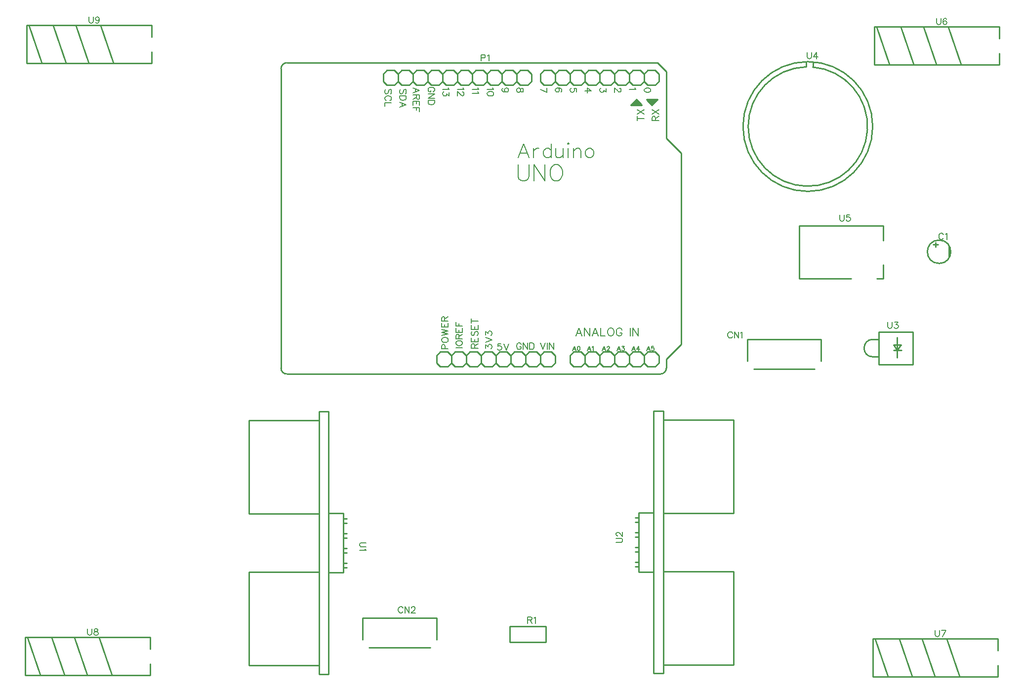
<source format=gto>
G04 Layer: TopSilkscreenLayer*
G04 EasyEDA v6.5.51, 2025-12-29 20:22:51*
G04 8c801f094042406f8d7acb605edc259c,d5e4be961509469492984ab41ac85589,10*
G04 Gerber Generator version 0.2*
G04 Scale: 100 percent, Rotated: No, Reflected: No *
G04 Dimensions in millimeters *
G04 leading zeros omitted , absolute positions ,4 integer and 5 decimal *
%FSLAX45Y45*%
%MOMM*%

%ADD10C,0.1524*%
%ADD11C,0.2540*%
%ADD12C,0.2540*%
%ADD13C,0.3048*%
%ADD14C,0.0137*%

%LPD*%
D10*
X16434434Y5093207D02*
G01*
X16429100Y5103621D01*
X16418686Y5114036D01*
X16408527Y5119115D01*
X16387699Y5119115D01*
X16377284Y5114036D01*
X16366870Y5103621D01*
X16361536Y5093207D01*
X16356456Y5077460D01*
X16356456Y5051552D01*
X16361536Y5036057D01*
X16366870Y5025644D01*
X16377284Y5015229D01*
X16387699Y5010150D01*
X16408527Y5010150D01*
X16418686Y5015229D01*
X16429100Y5025644D01*
X16434434Y5036057D01*
X16468725Y5098287D02*
G01*
X16479138Y5103621D01*
X16494633Y5119115D01*
X16494633Y5010150D01*
X12816077Y3404107D02*
G01*
X12810743Y3414521D01*
X12800329Y3424936D01*
X12790170Y3430015D01*
X12769341Y3430015D01*
X12758927Y3424936D01*
X12748513Y3414521D01*
X12743179Y3404107D01*
X12738100Y3388360D01*
X12738100Y3362452D01*
X12743179Y3346957D01*
X12748513Y3336544D01*
X12758927Y3326129D01*
X12769341Y3321050D01*
X12790170Y3321050D01*
X12800329Y3326129D01*
X12810743Y3336544D01*
X12816077Y3346957D01*
X12850368Y3430015D02*
G01*
X12850368Y3321050D01*
X12850368Y3430015D02*
G01*
X12923011Y3321050D01*
X12923011Y3430015D02*
G01*
X12923011Y3321050D01*
X12957302Y3409187D02*
G01*
X12967715Y3414521D01*
X12983209Y3430015D01*
X12983209Y3321050D01*
X7169378Y-1307592D02*
G01*
X7164044Y-1297178D01*
X7153630Y-1286763D01*
X7143470Y-1281684D01*
X7122642Y-1281684D01*
X7112228Y-1286763D01*
X7101814Y-1297178D01*
X7096480Y-1307592D01*
X7091400Y-1323339D01*
X7091400Y-1349247D01*
X7096480Y-1364742D01*
X7101814Y-1375155D01*
X7112228Y-1385570D01*
X7122642Y-1390650D01*
X7143470Y-1390650D01*
X7153630Y-1385570D01*
X7164044Y-1375155D01*
X7169378Y-1364742D01*
X7203668Y-1281684D02*
G01*
X7203668Y-1390650D01*
X7203668Y-1281684D02*
G01*
X7276312Y-1390650D01*
X7276312Y-1281684D02*
G01*
X7276312Y-1390650D01*
X7315936Y-1307592D02*
G01*
X7315936Y-1302512D01*
X7321016Y-1292097D01*
X7326350Y-1286763D01*
X7336510Y-1281684D01*
X7357338Y-1281684D01*
X7367752Y-1286763D01*
X7373086Y-1292097D01*
X7378166Y-1302512D01*
X7378166Y-1312926D01*
X7373086Y-1323339D01*
X7362672Y-1338834D01*
X7310602Y-1390650D01*
X7383500Y-1390650D01*
X8509000Y8179828D02*
G01*
X8509000Y8070862D01*
X8509000Y8179828D02*
G01*
X8555736Y8179828D01*
X8571229Y8174748D01*
X8576563Y8169414D01*
X8581643Y8159000D01*
X8581643Y8143506D01*
X8576563Y8133092D01*
X8571229Y8128012D01*
X8555736Y8122678D01*
X8509000Y8122678D01*
X8615934Y8159000D02*
G01*
X8626347Y8164334D01*
X8642095Y8179828D01*
X8642095Y8070862D01*
X8852154Y3226066D02*
G01*
X8799068Y3226066D01*
X8793734Y3178314D01*
X8799068Y3183648D01*
X8815070Y3188982D01*
X8830818Y3188982D01*
X8846820Y3183648D01*
X8857488Y3172980D01*
X8862822Y3156978D01*
X8862822Y3146310D01*
X8857488Y3130562D01*
X8846820Y3119894D01*
X8830818Y3114560D01*
X8815070Y3114560D01*
X8799068Y3119894D01*
X8793734Y3125228D01*
X8788400Y3135642D01*
X8897874Y3226066D02*
G01*
X8940291Y3114560D01*
X8982709Y3226066D02*
G01*
X8940291Y3114560D01*
X10106406Y3178568D02*
G01*
X10078720Y3105670D01*
X10106406Y3178568D02*
G01*
X10134091Y3105670D01*
X10089134Y3130054D02*
G01*
X10123677Y3130054D01*
X10177779Y3178568D02*
G01*
X10167365Y3175012D01*
X10160508Y3164598D01*
X10156952Y3147326D01*
X10156952Y3136912D01*
X10160508Y3119640D01*
X10167365Y3109226D01*
X10177779Y3105670D01*
X10184638Y3105670D01*
X10195052Y3109226D01*
X10201909Y3119640D01*
X10205465Y3136912D01*
X10205465Y3147326D01*
X10201909Y3164598D01*
X10195052Y3175012D01*
X10184638Y3178568D01*
X10177779Y3178568D01*
X10186415Y3493782D02*
G01*
X10134600Y3358146D01*
X10186415Y3493782D02*
G01*
X10237977Y3358146D01*
X10153904Y3403358D02*
G01*
X10218674Y3403358D01*
X10280650Y3493782D02*
G01*
X10280650Y3358146D01*
X10280650Y3493782D02*
G01*
X10371327Y3358146D01*
X10371327Y3493782D02*
G01*
X10371327Y3358146D01*
X10465561Y3493782D02*
G01*
X10414000Y3358146D01*
X10465561Y3493782D02*
G01*
X10517377Y3358146D01*
X10433304Y3403358D02*
G01*
X10498074Y3403358D01*
X10560050Y3493782D02*
G01*
X10560050Y3358146D01*
X10560050Y3358146D02*
G01*
X10637520Y3358146D01*
X10719054Y3493782D02*
G01*
X10706100Y3487432D01*
X10693145Y3474478D01*
X10686795Y3461524D01*
X10680191Y3442220D01*
X10680191Y3409962D01*
X10686795Y3390404D01*
X10693145Y3377450D01*
X10706100Y3364496D01*
X10719054Y3358146D01*
X10744961Y3358146D01*
X10757915Y3364496D01*
X10770870Y3377450D01*
X10777220Y3390404D01*
X10783824Y3409962D01*
X10783824Y3442220D01*
X10777220Y3461524D01*
X10770870Y3474478D01*
X10757915Y3487432D01*
X10744961Y3493782D01*
X10719054Y3493782D01*
X10923270Y3461524D02*
G01*
X10916920Y3474478D01*
X10903965Y3487432D01*
X10891011Y3493782D01*
X10865104Y3493782D01*
X10852150Y3487432D01*
X10839450Y3474478D01*
X10832845Y3461524D01*
X10826495Y3442220D01*
X10826495Y3409962D01*
X10832845Y3390404D01*
X10839450Y3377450D01*
X10852150Y3364496D01*
X10865104Y3358146D01*
X10891011Y3358146D01*
X10903965Y3364496D01*
X10916920Y3377450D01*
X10923270Y3390404D01*
X10923270Y3409962D01*
X10891011Y3409962D02*
G01*
X10923270Y3409962D01*
X11065509Y3493782D02*
G01*
X11065509Y3358146D01*
X11108181Y3493782D02*
G01*
X11108181Y3358146D01*
X11108181Y3493782D02*
G01*
X11198859Y3358146D01*
X11198859Y3493782D02*
G01*
X11198859Y3358146D01*
X9236456Y6653542D02*
G01*
X9144000Y6411226D01*
X9236456Y6653542D02*
G01*
X9328658Y6411226D01*
X9178543Y6491998D02*
G01*
X9294113Y6491998D01*
X9404858Y6572770D02*
G01*
X9404858Y6411226D01*
X9404858Y6503682D02*
G01*
X9416541Y6538226D01*
X9439656Y6561340D01*
X9462770Y6572770D01*
X9497313Y6572770D01*
X9711943Y6653542D02*
G01*
X9711943Y6411226D01*
X9711943Y6538226D02*
G01*
X9688829Y6561340D01*
X9665970Y6572770D01*
X9631172Y6572770D01*
X9608058Y6561340D01*
X9584943Y6538226D01*
X9573513Y6503682D01*
X9573513Y6480568D01*
X9584943Y6445770D01*
X9608058Y6422656D01*
X9631172Y6411226D01*
X9665970Y6411226D01*
X9688829Y6422656D01*
X9711943Y6445770D01*
X9788143Y6572770D02*
G01*
X9788143Y6457454D01*
X9799827Y6422656D01*
X9822941Y6411226D01*
X9857486Y6411226D01*
X9880600Y6422656D01*
X9915143Y6457454D01*
X9915143Y6572770D02*
G01*
X9915143Y6411226D01*
X9991343Y6653542D02*
G01*
X10003027Y6642112D01*
X10014458Y6653542D01*
X10003027Y6665226D01*
X9991343Y6653542D01*
X10003027Y6572770D02*
G01*
X10003027Y6411226D01*
X10090658Y6572770D02*
G01*
X10090658Y6411226D01*
X10090658Y6526542D02*
G01*
X10125456Y6561340D01*
X10148570Y6572770D01*
X10183113Y6572770D01*
X10206227Y6561340D01*
X10217658Y6526542D01*
X10217658Y6411226D01*
X10351770Y6572770D02*
G01*
X10328656Y6561340D01*
X10305541Y6538226D01*
X10293858Y6503682D01*
X10293858Y6480568D01*
X10305541Y6445770D01*
X10328656Y6422656D01*
X10351770Y6411226D01*
X10386313Y6411226D01*
X10409427Y6422656D01*
X10432541Y6445770D01*
X10443972Y6480568D01*
X10443972Y6503682D01*
X10432541Y6538226D01*
X10409427Y6561340D01*
X10386313Y6572770D01*
X10351770Y6572770D01*
X7455154Y7564894D02*
G01*
X7343647Y7607312D01*
X7455154Y7564894D02*
G01*
X7343647Y7522222D01*
X7380731Y7591310D02*
G01*
X7380731Y7538224D01*
X7455154Y7487170D02*
G01*
X7343647Y7487170D01*
X7455154Y7487170D02*
G01*
X7455154Y7439418D01*
X7449820Y7423670D01*
X7444486Y7418336D01*
X7433818Y7413002D01*
X7423150Y7413002D01*
X7412736Y7418336D01*
X7407402Y7423670D01*
X7402068Y7439418D01*
X7402068Y7487170D01*
X7402068Y7450086D02*
G01*
X7343647Y7413002D01*
X7455154Y7377950D02*
G01*
X7343647Y7377950D01*
X7455154Y7377950D02*
G01*
X7455154Y7308862D01*
X7402068Y7377950D02*
G01*
X7402068Y7335278D01*
X7343647Y7377950D02*
G01*
X7343647Y7308862D01*
X7455154Y7273810D02*
G01*
X7343647Y7273810D01*
X7455154Y7273810D02*
G01*
X7455154Y7204722D01*
X7402068Y7273810D02*
G01*
X7402068Y7231392D01*
X7685024Y7540256D02*
G01*
X7695691Y7545590D01*
X7706359Y7556258D01*
X7711693Y7566926D01*
X7711693Y7588262D01*
X7706359Y7598676D01*
X7695691Y7609344D01*
X7685024Y7614678D01*
X7669275Y7620012D01*
X7642606Y7620012D01*
X7626604Y7614678D01*
X7616190Y7609344D01*
X7605522Y7598676D01*
X7600188Y7588262D01*
X7600188Y7566926D01*
X7605522Y7556258D01*
X7616190Y7545590D01*
X7626604Y7540256D01*
X7642606Y7540256D01*
X7642606Y7566926D02*
G01*
X7642606Y7540256D01*
X7711693Y7505204D02*
G01*
X7600188Y7505204D01*
X7711693Y7505204D02*
G01*
X7600188Y7431036D01*
X7711693Y7431036D02*
G01*
X7600188Y7431036D01*
X7711693Y7395984D02*
G01*
X7600188Y7395984D01*
X7711693Y7395984D02*
G01*
X7711693Y7358646D01*
X7706359Y7342898D01*
X7695691Y7332230D01*
X7685024Y7326896D01*
X7669275Y7321562D01*
X7642606Y7321562D01*
X7626604Y7326896D01*
X7616190Y7332230D01*
X7605522Y7342898D01*
X7600188Y7358646D01*
X7600188Y7395984D01*
X11188445Y7085596D02*
G01*
X11299952Y7085596D01*
X11188445Y7048512D02*
G01*
X11188445Y7122934D01*
X11188445Y7157986D02*
G01*
X11299952Y7232154D01*
X11188445Y7232154D02*
G01*
X11299952Y7157986D01*
X11442445Y7048512D02*
G01*
X11553952Y7048512D01*
X11442445Y7048512D02*
G01*
X11442445Y7096264D01*
X11447779Y7112266D01*
X11453113Y7117600D01*
X11463781Y7122934D01*
X11474450Y7122934D01*
X11484863Y7117600D01*
X11490197Y7112266D01*
X11495531Y7096264D01*
X11495531Y7048512D01*
X11495531Y7085596D02*
G01*
X11553952Y7122934D01*
X11442445Y7157986D02*
G01*
X11553952Y7232154D01*
X11442445Y7232154D02*
G01*
X11553952Y7157986D01*
X9144000Y6293370D02*
G01*
X9144000Y6094234D01*
X9157208Y6054356D01*
X9183877Y6027940D01*
X9223756Y6014732D01*
X9250172Y6014732D01*
X9290050Y6027940D01*
X9316720Y6054356D01*
X9329927Y6094234D01*
X9329927Y6293370D01*
X9417558Y6293370D02*
G01*
X9417558Y6014732D01*
X9417558Y6293370D02*
G01*
X9603486Y6014732D01*
X9603486Y6293370D02*
G01*
X9603486Y6014732D01*
X9770618Y6293370D02*
G01*
X9744202Y6280162D01*
X9717531Y6253492D01*
X9704324Y6227076D01*
X9691115Y6187198D01*
X9691115Y6120904D01*
X9704324Y6081026D01*
X9717531Y6054356D01*
X9744202Y6027940D01*
X9770618Y6014732D01*
X9823704Y6014732D01*
X9850374Y6027940D01*
X9876790Y6054356D01*
X9890252Y6081026D01*
X9903459Y6120904D01*
X9903459Y6187198D01*
X9890252Y6227076D01*
X9876790Y6253492D01*
X9850374Y6280162D01*
X9823704Y6293370D01*
X9770618Y6293370D01*
X8343645Y3149612D02*
G01*
X8455152Y3149612D01*
X8343645Y3149612D02*
G01*
X8343645Y3197364D01*
X8348979Y3213366D01*
X8354313Y3218700D01*
X8364981Y3224034D01*
X8375650Y3224034D01*
X8386063Y3218700D01*
X8391397Y3213366D01*
X8396731Y3197364D01*
X8396731Y3149612D01*
X8396731Y3186696D02*
G01*
X8455152Y3224034D01*
X8343645Y3259086D02*
G01*
X8455152Y3259086D01*
X8343645Y3259086D02*
G01*
X8343645Y3328174D01*
X8396731Y3259086D02*
G01*
X8396731Y3301504D01*
X8455152Y3259086D02*
G01*
X8455152Y3328174D01*
X8359647Y3437394D02*
G01*
X8348979Y3426726D01*
X8343645Y3410978D01*
X8343645Y3389642D01*
X8348979Y3373640D01*
X8359647Y3363226D01*
X8370315Y3363226D01*
X8380729Y3368306D01*
X8386063Y3373640D01*
X8391397Y3384308D01*
X8402065Y3416312D01*
X8407400Y3426726D01*
X8412734Y3432060D01*
X8423402Y3437394D01*
X8439150Y3437394D01*
X8449818Y3426726D01*
X8455152Y3410978D01*
X8455152Y3389642D01*
X8449818Y3373640D01*
X8439150Y3363226D01*
X8343645Y3472446D02*
G01*
X8455152Y3472446D01*
X8343645Y3472446D02*
G01*
X8343645Y3541534D01*
X8396731Y3472446D02*
G01*
X8396731Y3515118D01*
X8455152Y3472446D02*
G01*
X8455152Y3541534D01*
X8343645Y3613670D02*
G01*
X8455152Y3613670D01*
X8343645Y3576586D02*
G01*
X8343645Y3651008D01*
X8585200Y3148596D02*
G01*
X8585200Y3207016D01*
X8627618Y3175012D01*
X8627618Y3191014D01*
X8632952Y3201682D01*
X8638286Y3207016D01*
X8654288Y3212350D01*
X8664956Y3212350D01*
X8680704Y3207016D01*
X8691372Y3196348D01*
X8696706Y3180346D01*
X8696706Y3164598D01*
X8691372Y3148596D01*
X8686038Y3143262D01*
X8675624Y3137928D01*
X8585200Y3247402D02*
G01*
X8696706Y3289820D01*
X8585200Y3332238D02*
G01*
X8696706Y3289820D01*
X8585200Y3377958D02*
G01*
X8585200Y3436378D01*
X8627618Y3404628D01*
X8627618Y3420376D01*
X8632952Y3431044D01*
X8638286Y3436378D01*
X8654288Y3441712D01*
X8664956Y3441712D01*
X8680704Y3436378D01*
X8691372Y3425710D01*
X8696706Y3409962D01*
X8696706Y3393960D01*
X8691372Y3377958D01*
X8686038Y3372624D01*
X8675624Y3367290D01*
X10360406Y3178568D02*
G01*
X10332720Y3105670D01*
X10360406Y3178568D02*
G01*
X10388091Y3105670D01*
X10343134Y3130054D02*
G01*
X10377677Y3130054D01*
X10410952Y3164598D02*
G01*
X10417809Y3168154D01*
X10428224Y3178568D01*
X10428224Y3105670D01*
X10614406Y3178568D02*
G01*
X10586720Y3105670D01*
X10614406Y3178568D02*
G01*
X10642091Y3105670D01*
X10597134Y3130054D02*
G01*
X10631677Y3130054D01*
X10668508Y3161042D02*
G01*
X10668508Y3164598D01*
X10671809Y3171456D01*
X10675365Y3175012D01*
X10682224Y3178568D01*
X10696193Y3178568D01*
X10703052Y3175012D01*
X10706608Y3171456D01*
X10709909Y3164598D01*
X10709909Y3157740D01*
X10706608Y3150882D01*
X10699750Y3140468D01*
X10664952Y3105670D01*
X10713465Y3105670D01*
X10868406Y3178568D02*
G01*
X10840720Y3105670D01*
X10868406Y3178568D02*
G01*
X10896091Y3105670D01*
X10851134Y3130054D02*
G01*
X10885677Y3130054D01*
X10925809Y3178568D02*
G01*
X10963909Y3178568D01*
X10943336Y3150882D01*
X10953750Y3150882D01*
X10960608Y3147326D01*
X10963909Y3143770D01*
X10967465Y3133356D01*
X10967465Y3126498D01*
X10963909Y3116084D01*
X10957052Y3109226D01*
X10946638Y3105670D01*
X10936224Y3105670D01*
X10925809Y3109226D01*
X10922508Y3112782D01*
X10918952Y3119640D01*
X11122406Y3178568D02*
G01*
X11094720Y3105670D01*
X11122406Y3178568D02*
G01*
X11150091Y3105670D01*
X11105134Y3130054D02*
G01*
X11139677Y3130054D01*
X11207750Y3178568D02*
G01*
X11172952Y3130054D01*
X11225022Y3130054D01*
X11207750Y3178568D02*
G01*
X11207750Y3105670D01*
X11376406Y3178568D02*
G01*
X11348720Y3105670D01*
X11376406Y3178568D02*
G01*
X11404091Y3105670D01*
X11359134Y3130054D02*
G01*
X11393677Y3130054D01*
X11468608Y3178568D02*
G01*
X11433809Y3178568D01*
X11430508Y3147326D01*
X11433809Y3150882D01*
X11444224Y3154184D01*
X11454638Y3154184D01*
X11465052Y3150882D01*
X11471909Y3143770D01*
X11475465Y3133356D01*
X11475465Y3126498D01*
X11471909Y3116084D01*
X11465052Y3109226D01*
X11454638Y3105670D01*
X11444224Y3105670D01*
X11433809Y3109226D01*
X11430508Y3112782D01*
X11426952Y3119640D01*
X9525000Y3238512D02*
G01*
X9567418Y3127006D01*
X9610090Y3238512D02*
G01*
X9567418Y3127006D01*
X9645141Y3238512D02*
G01*
X9645141Y3127006D01*
X9680193Y3238512D02*
G01*
X9680193Y3127006D01*
X9680193Y3238512D02*
G01*
X9754361Y3127006D01*
X9754361Y3238512D02*
G01*
X9754361Y3127006D01*
X9198356Y3211842D02*
G01*
X9193022Y3222510D01*
X9182354Y3233178D01*
X9171686Y3238512D01*
X9150350Y3238512D01*
X9139936Y3233178D01*
X9129268Y3222510D01*
X9123934Y3211842D01*
X9118600Y3196094D01*
X9118600Y3169424D01*
X9123934Y3153422D01*
X9129268Y3143008D01*
X9139936Y3132340D01*
X9150350Y3127006D01*
X9171686Y3127006D01*
X9182354Y3132340D01*
X9193022Y3143008D01*
X9198356Y3153422D01*
X9198356Y3169424D01*
X9171686Y3169424D02*
G01*
X9198356Y3169424D01*
X9233408Y3238512D02*
G01*
X9233408Y3127006D01*
X9233408Y3238512D02*
G01*
X9307575Y3127006D01*
X9307575Y3238512D02*
G01*
X9307575Y3127006D01*
X9342627Y3238512D02*
G01*
X9342627Y3127006D01*
X9342627Y3238512D02*
G01*
X9379965Y3238512D01*
X9395713Y3233178D01*
X9406381Y3222510D01*
X9411715Y3211842D01*
X9417050Y3196094D01*
X9417050Y3169424D01*
X9411715Y3153422D01*
X9406381Y3143008D01*
X9395713Y3132340D01*
X9379965Y3127006D01*
X9342627Y3127006D01*
X7941818Y7607312D02*
G01*
X7947152Y7596644D01*
X7963154Y7580642D01*
X7851647Y7580642D01*
X7963154Y7535176D02*
G01*
X7963154Y7476756D01*
X7920736Y7508506D01*
X7920736Y7492504D01*
X7915402Y7482090D01*
X7910068Y7476756D01*
X7894065Y7471422D01*
X7883397Y7471422D01*
X7867650Y7476756D01*
X7856981Y7487170D01*
X7851647Y7503172D01*
X7851647Y7519174D01*
X7856981Y7535176D01*
X7862315Y7540510D01*
X7872729Y7545590D01*
X8195818Y7607312D02*
G01*
X8201152Y7596644D01*
X8217154Y7580642D01*
X8105647Y7580642D01*
X8190484Y7540510D02*
G01*
X8195818Y7540510D01*
X8206486Y7535176D01*
X8211820Y7529842D01*
X8217154Y7519174D01*
X8217154Y7497838D01*
X8211820Y7487170D01*
X8206486Y7482090D01*
X8195818Y7476756D01*
X8185150Y7476756D01*
X8174736Y7482090D01*
X8158734Y7492504D01*
X8105647Y7545590D01*
X8105647Y7471422D01*
X8449818Y7607312D02*
G01*
X8455152Y7596644D01*
X8471154Y7580642D01*
X8359647Y7580642D01*
X8449818Y7545590D02*
G01*
X8455152Y7535176D01*
X8471154Y7519174D01*
X8359647Y7519174D01*
X8703818Y7607312D02*
G01*
X8709152Y7596644D01*
X8725154Y7580642D01*
X8613647Y7580642D01*
X8725154Y7513840D02*
G01*
X8719820Y7529842D01*
X8703818Y7540510D01*
X8677402Y7545590D01*
X8661400Y7545590D01*
X8634729Y7540510D01*
X8618981Y7529842D01*
X8613647Y7513840D01*
X8613647Y7503172D01*
X8618981Y7487170D01*
X8634729Y7476756D01*
X8661400Y7471422D01*
X8677402Y7471422D01*
X8703818Y7476756D01*
X8719820Y7487170D01*
X8725154Y7503172D01*
X8725154Y7513840D01*
X8942070Y7538224D02*
G01*
X8926068Y7543558D01*
X8915400Y7554226D01*
X8910065Y7570228D01*
X8910065Y7575562D01*
X8915400Y7591310D01*
X8926068Y7601978D01*
X8942070Y7607312D01*
X8947150Y7607312D01*
X8963152Y7601978D01*
X8973820Y7591310D01*
X8979154Y7575562D01*
X8979154Y7570228D01*
X8973820Y7554226D01*
X8963152Y7543558D01*
X8942070Y7538224D01*
X8915400Y7538224D01*
X8888729Y7543558D01*
X8872981Y7554226D01*
X8867647Y7570228D01*
X8867647Y7580642D01*
X8872981Y7596644D01*
X8883650Y7601978D01*
X9233154Y7580642D02*
G01*
X9227820Y7596644D01*
X9217152Y7601978D01*
X9206484Y7601978D01*
X9196070Y7596644D01*
X9190736Y7585976D01*
X9185402Y7564894D01*
X9180068Y7548892D01*
X9169400Y7538224D01*
X9158731Y7532890D01*
X9142729Y7532890D01*
X9132315Y7538224D01*
X9126981Y7543558D01*
X9121647Y7559560D01*
X9121647Y7580642D01*
X9126981Y7596644D01*
X9132315Y7601978D01*
X9142729Y7607312D01*
X9158731Y7607312D01*
X9169400Y7601978D01*
X9180068Y7591310D01*
X9185402Y7575562D01*
X9190736Y7554226D01*
X9196070Y7543558D01*
X9206484Y7538224D01*
X9217152Y7538224D01*
X9227820Y7543558D01*
X9233154Y7559560D01*
X9233154Y7580642D01*
X9639554Y7532890D02*
G01*
X9528047Y7585976D01*
X9639554Y7607312D02*
G01*
X9639554Y7532890D01*
X9877552Y7543558D02*
G01*
X9888220Y7548892D01*
X9893554Y7564894D01*
X9893554Y7575562D01*
X9888220Y7591310D01*
X9872218Y7601978D01*
X9845802Y7607312D01*
X9819131Y7607312D01*
X9798050Y7601978D01*
X9787381Y7591310D01*
X9782047Y7575562D01*
X9782047Y7570228D01*
X9787381Y7554226D01*
X9798050Y7543558D01*
X9813797Y7538224D01*
X9819131Y7538224D01*
X9835134Y7543558D01*
X9845802Y7554226D01*
X9851136Y7570228D01*
X9851136Y7575562D01*
X9845802Y7591310D01*
X9835134Y7601978D01*
X9819131Y7607312D01*
X10147554Y7543558D02*
G01*
X10147554Y7596644D01*
X10099802Y7601978D01*
X10105136Y7596644D01*
X10110470Y7580642D01*
X10110470Y7564894D01*
X10105136Y7548892D01*
X10094468Y7538224D01*
X10078465Y7532890D01*
X10067797Y7532890D01*
X10052050Y7538224D01*
X10041381Y7548892D01*
X10036047Y7564894D01*
X10036047Y7580642D01*
X10041381Y7596644D01*
X10046715Y7601978D01*
X10057129Y7607312D01*
X10401554Y7554226D02*
G01*
X10327131Y7607312D01*
X10327131Y7527556D01*
X10401554Y7554226D02*
G01*
X10290047Y7554226D01*
X10655554Y7596644D02*
G01*
X10655554Y7538224D01*
X10613136Y7570228D01*
X10613136Y7554226D01*
X10607802Y7543558D01*
X10602468Y7538224D01*
X10586465Y7532890D01*
X10575797Y7532890D01*
X10560050Y7538224D01*
X10549381Y7548892D01*
X10544047Y7564894D01*
X10544047Y7580642D01*
X10549381Y7596644D01*
X10554715Y7601978D01*
X10565129Y7607312D01*
X10882884Y7601978D02*
G01*
X10888218Y7601978D01*
X10898886Y7596644D01*
X10904220Y7591310D01*
X10909554Y7580642D01*
X10909554Y7559560D01*
X10904220Y7548892D01*
X10898886Y7543558D01*
X10888218Y7538224D01*
X10877550Y7538224D01*
X10867136Y7543558D01*
X10851134Y7554226D01*
X10798047Y7607312D01*
X10798047Y7532890D01*
X11142218Y7607312D02*
G01*
X11147552Y7596644D01*
X11163554Y7580642D01*
X11052047Y7580642D01*
X11417554Y7575562D02*
G01*
X11412220Y7591310D01*
X11396218Y7601978D01*
X11369802Y7607312D01*
X11353800Y7607312D01*
X11327129Y7601978D01*
X11311381Y7591310D01*
X11306047Y7575562D01*
X11306047Y7564894D01*
X11311381Y7548892D01*
X11327129Y7538224D01*
X11353800Y7532890D01*
X11369802Y7532890D01*
X11396218Y7538224D01*
X11412220Y7548892D01*
X11417554Y7564894D01*
X11417554Y7575562D01*
X8077200Y3156470D02*
G01*
X8188706Y3156470D01*
X8077200Y3223272D02*
G01*
X8082534Y3212858D01*
X8093202Y3202190D01*
X8103870Y3196856D01*
X8119618Y3191522D01*
X8146288Y3191522D01*
X8162290Y3196856D01*
X8172704Y3202190D01*
X8183372Y3212858D01*
X8188706Y3223272D01*
X8188706Y3244608D01*
X8183372Y3255276D01*
X8172704Y3265944D01*
X8162290Y3271278D01*
X8146288Y3276612D01*
X8119618Y3276612D01*
X8103870Y3271278D01*
X8093202Y3265944D01*
X8082534Y3255276D01*
X8077200Y3244608D01*
X8077200Y3223272D01*
X8077200Y3311664D02*
G01*
X8188706Y3311664D01*
X8077200Y3311664D02*
G01*
X8077200Y3359416D01*
X8082534Y3375164D01*
X8087868Y3380498D01*
X8098536Y3385832D01*
X8109204Y3385832D01*
X8119618Y3380498D01*
X8124952Y3375164D01*
X8130286Y3359416D01*
X8130286Y3311664D01*
X8130286Y3348748D02*
G01*
X8188706Y3385832D01*
X8077200Y3420884D02*
G01*
X8188706Y3420884D01*
X8077200Y3420884D02*
G01*
X8077200Y3489972D01*
X8130286Y3420884D02*
G01*
X8130286Y3463556D01*
X8188706Y3420884D02*
G01*
X8188706Y3489972D01*
X8077200Y3525024D02*
G01*
X8188706Y3525024D01*
X8077200Y3525024D02*
G01*
X8077200Y3594112D01*
X8130286Y3525024D02*
G01*
X8130286Y3567442D01*
X7210552Y7507490D02*
G01*
X7221220Y7518158D01*
X7226554Y7534160D01*
X7226554Y7555242D01*
X7221220Y7571244D01*
X7210552Y7581912D01*
X7199884Y7581912D01*
X7189470Y7576578D01*
X7184136Y7571244D01*
X7178802Y7560576D01*
X7168134Y7528826D01*
X7162800Y7518158D01*
X7157465Y7512824D01*
X7146797Y7507490D01*
X7131050Y7507490D01*
X7120381Y7518158D01*
X7115047Y7534160D01*
X7115047Y7555242D01*
X7120381Y7571244D01*
X7131050Y7581912D01*
X7226554Y7472438D02*
G01*
X7115047Y7472438D01*
X7226554Y7472438D02*
G01*
X7226554Y7435354D01*
X7221220Y7419352D01*
X7210552Y7408684D01*
X7199884Y7403350D01*
X7184136Y7398270D01*
X7157465Y7398270D01*
X7141463Y7403350D01*
X7131050Y7408684D01*
X7120381Y7419352D01*
X7115047Y7435354D01*
X7115047Y7472438D01*
X7226554Y7320546D02*
G01*
X7115047Y7363218D01*
X7226554Y7320546D02*
G01*
X7115047Y7278128D01*
X7152131Y7347216D02*
G01*
X7152131Y7294130D01*
X6956552Y7507490D02*
G01*
X6967220Y7518158D01*
X6972554Y7534160D01*
X6972554Y7555242D01*
X6967220Y7571244D01*
X6956552Y7581912D01*
X6945884Y7581912D01*
X6935470Y7576578D01*
X6930136Y7571244D01*
X6924802Y7560576D01*
X6914134Y7528826D01*
X6908800Y7518158D01*
X6903465Y7512824D01*
X6892797Y7507490D01*
X6877050Y7507490D01*
X6866381Y7518158D01*
X6861047Y7534160D01*
X6861047Y7555242D01*
X6866381Y7571244D01*
X6877050Y7581912D01*
X6945884Y7392936D02*
G01*
X6956552Y7398270D01*
X6967220Y7408684D01*
X6972554Y7419352D01*
X6972554Y7440688D01*
X6967220Y7451356D01*
X6956552Y7461770D01*
X6945884Y7467104D01*
X6930136Y7472438D01*
X6903465Y7472438D01*
X6887463Y7467104D01*
X6877050Y7461770D01*
X6866381Y7451356D01*
X6861047Y7440688D01*
X6861047Y7419352D01*
X6866381Y7408684D01*
X6877050Y7398270D01*
X6887463Y7392936D01*
X6972554Y7357884D02*
G01*
X6861047Y7357884D01*
X6861047Y7357884D02*
G01*
X6861047Y7294130D01*
X7832597Y3136912D02*
G01*
X7944104Y3136912D01*
X7832597Y3136912D02*
G01*
X7832597Y3184664D01*
X7837931Y3200666D01*
X7843265Y3206000D01*
X7853934Y3211334D01*
X7869681Y3211334D01*
X7880350Y3206000D01*
X7885684Y3200666D01*
X7891018Y3184664D01*
X7891018Y3136912D01*
X7832597Y3278136D02*
G01*
X7837931Y3267468D01*
X7848600Y3257054D01*
X7859268Y3251720D01*
X7875015Y3246386D01*
X7901686Y3246386D01*
X7917688Y3251720D01*
X7928102Y3257054D01*
X7938770Y3267468D01*
X7944104Y3278136D01*
X7944104Y3299472D01*
X7938770Y3310140D01*
X7928102Y3320554D01*
X7917688Y3325888D01*
X7901686Y3331222D01*
X7875015Y3331222D01*
X7859268Y3325888D01*
X7848600Y3320554D01*
X7837931Y3310140D01*
X7832597Y3299472D01*
X7832597Y3278136D01*
X7832597Y3366274D02*
G01*
X7944104Y3392944D01*
X7832597Y3419360D02*
G01*
X7944104Y3392944D01*
X7832597Y3419360D02*
G01*
X7944104Y3446030D01*
X7832597Y3472446D02*
G01*
X7944104Y3446030D01*
X7832597Y3507498D02*
G01*
X7944104Y3507498D01*
X7832597Y3507498D02*
G01*
X7832597Y3576586D01*
X7885684Y3507498D02*
G01*
X7885684Y3550170D01*
X7944104Y3507498D02*
G01*
X7944104Y3576586D01*
X7832597Y3611638D02*
G01*
X7944104Y3611638D01*
X7832597Y3611638D02*
G01*
X7832597Y3659390D01*
X7837931Y3675392D01*
X7843265Y3680726D01*
X7853934Y3686060D01*
X7864602Y3686060D01*
X7875015Y3680726D01*
X7880350Y3675392D01*
X7885684Y3659390D01*
X7885684Y3611638D01*
X7885684Y3648976D02*
G01*
X7944104Y3686060D01*
X9309100Y-1459484D02*
G01*
X9309100Y-1568450D01*
X9309100Y-1459484D02*
G01*
X9355836Y-1459484D01*
X9371329Y-1464563D01*
X9376663Y-1469897D01*
X9381743Y-1480312D01*
X9381743Y-1490726D01*
X9376663Y-1501139D01*
X9371329Y-1506220D01*
X9355836Y-1511300D01*
X9309100Y-1511300D01*
X9345422Y-1511300D02*
G01*
X9381743Y-1568450D01*
X9416034Y-1480312D02*
G01*
X9426447Y-1474978D01*
X9442195Y-1459484D01*
X9442195Y-1568450D01*
X6536816Y-186004D02*
G01*
X6458838Y-186004D01*
X6443345Y-191084D01*
X6432931Y-201498D01*
X6427850Y-217246D01*
X6427850Y-227660D01*
X6432931Y-243154D01*
X6443345Y-253568D01*
X6458838Y-258648D01*
X6536816Y-258648D01*
X6515988Y-292938D02*
G01*
X6521322Y-303352D01*
X6536816Y-319100D01*
X6427850Y-319100D01*
X10824083Y-182295D02*
G01*
X10902061Y-182295D01*
X10917554Y-177215D01*
X10927968Y-166801D01*
X10933049Y-151053D01*
X10933049Y-140639D01*
X10927968Y-125145D01*
X10917554Y-114731D01*
X10902061Y-109651D01*
X10824083Y-109651D01*
X10849990Y-70027D02*
G01*
X10844911Y-70027D01*
X10834497Y-64947D01*
X10829163Y-59613D01*
X10824083Y-49199D01*
X10824083Y-28625D01*
X10829163Y-18211D01*
X10834497Y-12877D01*
X10844911Y-7797D01*
X10855325Y-7797D01*
X10865738Y-12877D01*
X10881233Y-23291D01*
X10933049Y-75361D01*
X10933049Y-2463D01*
X15481300Y3595265D02*
G01*
X15481300Y3517287D01*
X15486379Y3501793D01*
X15496793Y3491379D01*
X15512541Y3486299D01*
X15522956Y3486299D01*
X15538450Y3491379D01*
X15548863Y3501793D01*
X15553943Y3517287D01*
X15553943Y3595265D01*
X15598647Y3595265D02*
G01*
X15655797Y3595265D01*
X15624809Y3553609D01*
X15640304Y3553609D01*
X15650718Y3548529D01*
X15655797Y3543449D01*
X15661131Y3527701D01*
X15661131Y3517287D01*
X15655797Y3501793D01*
X15645384Y3491379D01*
X15629890Y3486299D01*
X15614395Y3486299D01*
X15598647Y3491379D01*
X15593568Y3496459D01*
X15588234Y3506873D01*
X14101699Y8217915D02*
G01*
X14101699Y8139937D01*
X14106779Y8124444D01*
X14117193Y8114029D01*
X14132941Y8108950D01*
X14143354Y8108950D01*
X14158849Y8114029D01*
X14169263Y8124444D01*
X14174343Y8139937D01*
X14174343Y8217915D01*
X14260702Y8217915D02*
G01*
X14208633Y8145271D01*
X14286611Y8145271D01*
X14260702Y8217915D02*
G01*
X14260702Y8108950D01*
X14659899Y5435315D02*
G01*
X14659899Y5357337D01*
X14664979Y5341843D01*
X14675393Y5331429D01*
X14691141Y5326349D01*
X14701555Y5326349D01*
X14717049Y5331429D01*
X14727463Y5341843D01*
X14732543Y5357337D01*
X14732543Y5435315D01*
X14829317Y5435315D02*
G01*
X14777247Y5435315D01*
X14772167Y5388579D01*
X14777247Y5393659D01*
X14792995Y5398993D01*
X14808489Y5398993D01*
X14823983Y5393659D01*
X14834397Y5383499D01*
X14839731Y5367751D01*
X14839731Y5357337D01*
X14834397Y5341843D01*
X14823983Y5331429D01*
X14808489Y5326349D01*
X14792995Y5326349D01*
X14777247Y5331429D01*
X14772167Y5336509D01*
X14766833Y5346923D01*
X16319500Y8802115D02*
G01*
X16319500Y8724137D01*
X16324579Y8708644D01*
X16334993Y8698229D01*
X16350741Y8693150D01*
X16361156Y8693150D01*
X16376650Y8698229D01*
X16387063Y8708644D01*
X16392143Y8724137D01*
X16392143Y8802115D01*
X16488918Y8786621D02*
G01*
X16483584Y8797036D01*
X16468090Y8802115D01*
X16457675Y8802115D01*
X16442181Y8797036D01*
X16431768Y8781287D01*
X16426434Y8755379D01*
X16426434Y8729471D01*
X16431768Y8708644D01*
X16442181Y8698229D01*
X16457675Y8693150D01*
X16463009Y8693150D01*
X16478504Y8698229D01*
X16488918Y8708644D01*
X16493997Y8724137D01*
X16493997Y8729471D01*
X16488918Y8744965D01*
X16478504Y8755379D01*
X16463009Y8760460D01*
X16457675Y8760460D01*
X16442181Y8755379D01*
X16431768Y8744965D01*
X16426434Y8729471D01*
X16294100Y-1688084D02*
G01*
X16294100Y-1766062D01*
X16299179Y-1781555D01*
X16309593Y-1791970D01*
X16325341Y-1797050D01*
X16335756Y-1797050D01*
X16351250Y-1791970D01*
X16361663Y-1781555D01*
X16366743Y-1766062D01*
X16366743Y-1688084D01*
X16473931Y-1688084D02*
G01*
X16421861Y-1797050D01*
X16401034Y-1688084D02*
G01*
X16473931Y-1688084D01*
X1765300Y-1662684D02*
G01*
X1765300Y-1740662D01*
X1770379Y-1756155D01*
X1780794Y-1766570D01*
X1796542Y-1771650D01*
X1806955Y-1771650D01*
X1822450Y-1766570D01*
X1832863Y-1756155D01*
X1837944Y-1740662D01*
X1837944Y-1662684D01*
X1898395Y-1662684D02*
G01*
X1882647Y-1667763D01*
X1877568Y-1678178D01*
X1877568Y-1688592D01*
X1882647Y-1699005D01*
X1893062Y-1704339D01*
X1913889Y-1709420D01*
X1929384Y-1714500D01*
X1939797Y-1724913D01*
X1945131Y-1735328D01*
X1945131Y-1751076D01*
X1939797Y-1761489D01*
X1934718Y-1766570D01*
X1918970Y-1771650D01*
X1898395Y-1771650D01*
X1882647Y-1766570D01*
X1877568Y-1761489D01*
X1872234Y-1751076D01*
X1872234Y-1735328D01*
X1877568Y-1724913D01*
X1887981Y-1714500D01*
X1903476Y-1709420D01*
X1924304Y-1704339D01*
X1934718Y-1699005D01*
X1939797Y-1688592D01*
X1939797Y-1678178D01*
X1934718Y-1667763D01*
X1918970Y-1662684D01*
X1898395Y-1662684D01*
X1790700Y8827515D02*
G01*
X1790700Y8749537D01*
X1795779Y8734044D01*
X1806194Y8723629D01*
X1821942Y8718550D01*
X1832355Y8718550D01*
X1847850Y8723629D01*
X1858263Y8734044D01*
X1863344Y8749537D01*
X1863344Y8827515D01*
X1965197Y8791194D02*
G01*
X1960118Y8775700D01*
X1949704Y8765286D01*
X1934209Y8759952D01*
X1928876Y8759952D01*
X1913381Y8765286D01*
X1902968Y8775700D01*
X1897634Y8791194D01*
X1897634Y8796274D01*
X1902968Y8812021D01*
X1913381Y8822436D01*
X1928876Y8827515D01*
X1934209Y8827515D01*
X1949704Y8822436D01*
X1960118Y8812021D01*
X1965197Y8791194D01*
X1965197Y8765286D01*
X1960118Y8739124D01*
X1949704Y8723629D01*
X1934209Y8718550D01*
X1923795Y8718550D01*
X1908047Y8723629D01*
X1902968Y8734044D01*
G36*
X16517619Y4920589D02*
G01*
X16517619Y4680610D01*
X16525443Y4689957D01*
X16532606Y4699863D01*
X16539108Y4710226D01*
X16544899Y4720996D01*
X16547541Y4726482D01*
X16552163Y4737811D01*
X16556075Y4749393D01*
X16559123Y4761230D01*
X16560393Y4767173D01*
X16562222Y4779264D01*
X16563289Y4791456D01*
X16563492Y4803648D01*
X16562882Y4815840D01*
X16561409Y4827981D01*
X16560393Y4834026D01*
X16557701Y4845964D01*
X16554196Y4857648D01*
X16549928Y4869078D01*
X16547541Y4874717D01*
X16542105Y4885690D01*
X16535958Y4896205D01*
X16529100Y4906365D01*
X16521582Y4915966D01*
G37*
D11*
X16337600Y4920599D02*
G01*
X16253780Y4920599D01*
X16296960Y4882499D02*
G01*
X16296960Y4961239D01*
X14335800Y3302000D02*
G01*
X14335800Y2929755D01*
X14335800Y3302000D02*
G01*
X13070801Y3302000D01*
X13180202Y2794000D02*
G01*
X14226400Y2794000D01*
X13070801Y3302000D02*
G01*
X13070801Y2929768D01*
X7744500Y-1473200D02*
G01*
X7744500Y-1845444D01*
X7744500Y-1473200D02*
G01*
X6479501Y-1473200D01*
X6588902Y-1981200D02*
G01*
X7635100Y-1981200D01*
X6479501Y-1473200D02*
G01*
X6479501Y-1845431D01*
D12*
X5179059Y8039112D02*
G01*
X11531600Y8039112D01*
X11684000Y7886712D01*
X11684000Y6743712D01*
X11938000Y6489712D01*
X11938000Y3213112D01*
X11684000Y2959112D01*
X11684000Y2804172D01*
X11584940Y2705112D02*
G01*
X5179059Y2705112D01*
X5080000Y2806712D02*
G01*
X5080000Y7940052D01*
D13*
X11087100Y7315212D02*
G01*
X11264900Y7315212D01*
X11176000Y7404112D01*
X11087100Y7315212D01*
X11531600Y7404112D02*
G01*
X11353800Y7404112D01*
X11442700Y7315212D01*
X11531600Y7404112D01*
X11125200Y7327912D02*
G01*
X11176000Y7378712D01*
X11226800Y7327912D01*
X11150600Y7327912D01*
X11188700Y7353312D01*
X11391900Y7391412D02*
G01*
X11493500Y7391412D01*
X11442700Y7340612D01*
X11404600Y7378712D01*
X11455400Y7378712D01*
X11442700Y7366012D02*
G01*
X11442700Y7353312D01*
D11*
X7340600Y7848587D02*
G01*
X7404100Y7912087D01*
X7531100Y7912087D01*
X7594600Y7848587D01*
X7658100Y7912087D01*
X7785100Y7912087D01*
X7848600Y7848587D01*
X7912100Y7912087D01*
X8039100Y7912087D01*
X8102600Y7848587D01*
X8166100Y7912087D01*
X8293100Y7912087D01*
X8356600Y7848587D01*
X8420100Y7912087D01*
X8547100Y7912087D01*
X8610600Y7848587D01*
X8674100Y7912087D01*
X8801100Y7912087D01*
X8864600Y7848587D01*
X8928100Y7912087D01*
X9055100Y7912087D01*
X9118600Y7848587D01*
X9182100Y7912087D01*
X9309100Y7912087D01*
X9372600Y7848587D01*
X9372600Y7721587D01*
X9309100Y7658087D01*
X9182100Y7658087D01*
X9118600Y7721587D01*
X9055100Y7658087D01*
X8928100Y7658087D01*
X8864600Y7721587D01*
X8801100Y7658087D01*
X8674100Y7658087D01*
X8610600Y7721587D01*
X8547100Y7658087D01*
X8420100Y7658087D01*
X8356600Y7721587D01*
X8293100Y7658087D01*
X8166100Y7658087D01*
X8102600Y7721587D01*
X8039100Y7658087D01*
X7912100Y7658087D01*
X7848600Y7721587D01*
X7785100Y7658087D01*
X7658100Y7658087D01*
X7594600Y7721587D01*
X7531100Y7658087D01*
X7404100Y7658087D01*
X7340600Y7721587D01*
X7277100Y7658087D01*
X7150100Y7658087D01*
X7086600Y7721587D01*
X7086600Y7848587D01*
X7150100Y7912087D01*
X7277100Y7912087D01*
X7340600Y7848587D01*
X7340600Y7721587D01*
X7594600Y7721587D02*
G01*
X7594600Y7848587D01*
X7848600Y7721587D02*
G01*
X7848600Y7848587D01*
X8356600Y7721587D02*
G01*
X8356600Y7848587D01*
X8102600Y7721587D02*
G01*
X8102600Y7848587D01*
X8610600Y7721587D02*
G01*
X8610600Y7848587D01*
X9118600Y7721587D02*
G01*
X9118600Y7848587D01*
X8864600Y7721587D02*
G01*
X8864600Y7848587D01*
X7086600Y7721587D02*
G01*
X7023100Y7658087D01*
X6896100Y7658087D01*
X6832600Y7721587D01*
X6832600Y7848587D01*
X6896100Y7912087D01*
X7023100Y7912087D01*
X7086600Y7848587D01*
X10032974Y7848587D02*
G01*
X10096474Y7912087D01*
X10223474Y7912087D01*
X10286974Y7848587D01*
X10350474Y7912087D01*
X10477474Y7912087D01*
X10540974Y7848587D01*
X10604474Y7912087D01*
X10731474Y7912087D01*
X10794974Y7848587D01*
X10858474Y7912087D01*
X10985474Y7912087D01*
X11048974Y7848587D01*
X11112474Y7912087D01*
X11239474Y7912087D01*
X11302974Y7848587D01*
X11366474Y7912087D01*
X11493474Y7912087D01*
X11556974Y7848587D01*
X11556974Y7721587D01*
X11493474Y7658087D01*
X11366474Y7658087D01*
X11302974Y7721587D01*
X11239474Y7658087D01*
X11112474Y7658087D01*
X11048974Y7721587D01*
X10985474Y7658087D01*
X10858474Y7658087D01*
X10794974Y7721587D01*
X10731474Y7658087D01*
X10604474Y7658087D01*
X10540974Y7721587D01*
X10477474Y7658087D01*
X10350474Y7658087D01*
X10286974Y7721587D01*
X10223474Y7658087D01*
X10096474Y7658087D01*
X10032974Y7721587D01*
X9969474Y7658087D01*
X9842474Y7658087D01*
X9778974Y7721587D01*
X9778974Y7848587D01*
X9842474Y7912087D01*
X9969474Y7912087D01*
X10032974Y7848587D01*
X10032974Y7721587D01*
X10540974Y7721587D02*
G01*
X10540974Y7848587D01*
X10286974Y7721587D02*
G01*
X10286974Y7848587D01*
X10794974Y7721587D02*
G01*
X10794974Y7848587D01*
X11302974Y7721587D02*
G01*
X11302974Y7848587D01*
X11048974Y7721587D02*
G01*
X11048974Y7848587D01*
X9778974Y7721587D02*
G01*
X9715474Y7658087D01*
X9588474Y7658087D01*
X9524974Y7721587D01*
X9524974Y7848587D01*
X9588474Y7912087D01*
X9715474Y7912087D01*
X9778974Y7848587D01*
X10795000Y2895612D02*
G01*
X10731500Y2832112D01*
X10604500Y2832112D01*
X10541000Y2895612D01*
X10477500Y2832112D01*
X10350500Y2832112D01*
X10287000Y2895612D01*
X10223500Y2832112D01*
X10096500Y2832112D01*
X10033000Y2895612D01*
X10033000Y3022612D01*
X10096500Y3086112D01*
X10223500Y3086112D01*
X10287000Y3022612D01*
X10350500Y3086112D01*
X10477500Y3086112D01*
X10541000Y3022612D01*
X10604500Y3086112D01*
X10731500Y3086112D01*
X10795000Y3022612D01*
X10858500Y3086112D01*
X10985500Y3086112D01*
X11049000Y3022612D01*
X11049000Y2895612D01*
X10985500Y2832112D01*
X10858500Y2832112D01*
X10795000Y2895612D01*
X10795000Y3022612D01*
X11049000Y3022612D02*
G01*
X11112500Y3086112D01*
X11239500Y3086112D01*
X11303000Y3022612D01*
X11303000Y2895612D01*
X11239500Y2832112D01*
X11112500Y2832112D01*
X11049000Y2895612D01*
X10287000Y3022612D02*
G01*
X10287000Y2895612D01*
X10541000Y3022612D02*
G01*
X10541000Y2895612D01*
X11303000Y3022612D02*
G01*
X11366500Y3086112D01*
X11493500Y3086112D01*
X11557000Y3022612D01*
X11557000Y2895612D01*
X11493500Y2832112D01*
X11366500Y2832112D01*
X11303000Y2895612D01*
X9271000Y2895612D02*
G01*
X9207500Y2832112D01*
X9080500Y2832112D01*
X9017000Y2895612D01*
X8953500Y2832112D01*
X8826500Y2832112D01*
X8763000Y2895612D01*
X8699500Y2832112D01*
X8572500Y2832112D01*
X8509000Y2895612D01*
X8445500Y2832112D01*
X8318500Y2832112D01*
X8255000Y2895612D01*
X8191500Y2832112D01*
X8064500Y2832112D01*
X8001000Y2895612D01*
X7937500Y2832112D01*
X7810500Y2832112D01*
X7747000Y2895612D01*
X7747000Y3022612D01*
X7810500Y3086112D01*
X7937500Y3086112D01*
X8001000Y3022612D01*
X8064500Y3086112D01*
X8191500Y3086112D01*
X8255000Y3022612D01*
X8318500Y3086112D01*
X8445500Y3086112D01*
X8509000Y3022612D01*
X8572500Y3086112D01*
X8699500Y3086112D01*
X8763000Y3022612D01*
X8826500Y3086112D01*
X8953500Y3086112D01*
X9017000Y3022612D01*
X9080500Y3086112D01*
X9207500Y3086112D01*
X9271000Y3022612D01*
X9334500Y3086112D01*
X9461500Y3086112D01*
X9525000Y3022612D01*
X9525000Y2895612D01*
X9461500Y2832112D01*
X9334500Y2832112D01*
X9271000Y2895612D01*
X9271000Y3022612D01*
X8763000Y3022612D02*
G01*
X8763000Y2895612D01*
X9017000Y3022612D02*
G01*
X9017000Y2895612D01*
X8509000Y3022612D02*
G01*
X8509000Y2895612D01*
X8001000Y3022612D02*
G01*
X8001000Y2895612D01*
X8255000Y3022612D02*
G01*
X8255000Y2895612D01*
X9525000Y3022612D02*
G01*
X9588500Y3086112D01*
X9715500Y3086112D01*
X9779000Y3022612D01*
X9779000Y2895612D01*
X9715500Y2832112D01*
X9588500Y2832112D01*
X9525000Y2895612D01*
X8999100Y-1617601D02*
G01*
X9619099Y-1617598D01*
X8999100Y-1887598D02*
G01*
X9619099Y-1887601D01*
X9619099Y-1887598D02*
G01*
X9619099Y-1617598D01*
X8999100Y-1887601D02*
G01*
X8999100Y-1617601D01*
X5892797Y2059939D02*
G01*
X5892797Y-2440939D01*
X5730237Y-2440939D01*
X5730237Y-2291079D01*
X5730237Y-690879D01*
X5730237Y309879D01*
X5730237Y1910079D01*
X5730237Y2059939D01*
X5892797Y2059939D01*
X5892797Y-698500D02*
G01*
X6146797Y-698500D01*
X6146797Y-609600D01*
X6146797Y-533400D01*
X6146797Y-355600D01*
X6146797Y-279400D01*
X6146797Y-101600D01*
X6146797Y-25400D01*
X6146797Y152400D01*
X6146797Y228600D01*
X6146797Y317500D01*
X5892797Y317500D01*
X5892797Y-698500D01*
X6146797Y-609600D02*
G01*
X6210297Y-609600D01*
X6146797Y-533400D02*
G01*
X6210297Y-533400D01*
X6146797Y-355600D02*
G01*
X6210297Y-355600D01*
X6146797Y-101600D02*
G01*
X6210297Y-101600D01*
X6146797Y152400D02*
G01*
X6210297Y152400D01*
X6146797Y-279400D02*
G01*
X6210297Y-279400D01*
X6146797Y-25400D02*
G01*
X6210297Y-25400D01*
X6146797Y228600D02*
G01*
X6210297Y228600D01*
X5730237Y1910079D02*
G01*
X4528817Y1910079D01*
X4528817Y309879D01*
X5730237Y309879D01*
X5730237Y-690879D02*
G01*
X4528817Y-690879D01*
X4528817Y-2291079D01*
X5730237Y-2291079D01*
X11468102Y-2428239D02*
G01*
X11468102Y2072639D01*
X11630662Y2072639D01*
X11630662Y1922779D01*
X11630662Y322579D01*
X11630662Y-678179D01*
X11630662Y-2278379D01*
X11630662Y-2428239D01*
X11468102Y-2428239D01*
X11468102Y330200D02*
G01*
X11214102Y330200D01*
X11214102Y241300D01*
X11214102Y165100D01*
X11214102Y-12700D01*
X11214102Y-88900D01*
X11214102Y-266700D01*
X11214102Y-342900D01*
X11214102Y-520700D01*
X11214102Y-596900D01*
X11214102Y-685800D01*
X11468102Y-685800D01*
X11468102Y330200D01*
X11214102Y241300D02*
G01*
X11150602Y241300D01*
X11214102Y165100D02*
G01*
X11150602Y165100D01*
X11214102Y-12700D02*
G01*
X11150602Y-12700D01*
X11214102Y-266700D02*
G01*
X11150602Y-266700D01*
X11214102Y-520700D02*
G01*
X11150602Y-520700D01*
X11214102Y-88900D02*
G01*
X11150602Y-88900D01*
X11214102Y-342900D02*
G01*
X11150602Y-342900D01*
X11214102Y-596900D02*
G01*
X11150602Y-596900D01*
X11630662Y-2278379D02*
G01*
X12832082Y-2278379D01*
X12832082Y-678179D01*
X11630662Y-678179D01*
X11630662Y322579D02*
G01*
X12832082Y322579D01*
X12832082Y1922779D01*
X11630662Y1922779D01*
X15641500Y3329749D02*
G01*
X15641500Y2984748D01*
X15576501Y3109749D02*
G01*
X15711500Y3109749D01*
X15581500Y3209749D02*
G01*
X15641500Y3109749D01*
X15706501Y3209749D01*
X15581500Y3209749D02*
G01*
X15706501Y3209749D01*
X15224602Y3298794D02*
G01*
X15328607Y3298794D01*
X15224602Y2998802D02*
G01*
X15328607Y2998802D01*
X15328501Y2869752D02*
G01*
X15912500Y2869752D01*
X15328501Y3429749D02*
G01*
X15912500Y3429749D01*
X15912500Y3429749D02*
G01*
X15912500Y2869752D01*
X15328501Y3429749D02*
G01*
X15328501Y2869752D01*
X14195231Y7966407D02*
G01*
X14197482Y8055239D01*
X14077995Y7969493D02*
G01*
X14080068Y8058315D01*
X15404099Y4991506D02*
G01*
X15404099Y5246598D01*
X13964099Y5246598D01*
X15292740Y4336600D02*
G01*
X15404099Y4336600D01*
X15404099Y4581692D01*
X13964099Y5246598D02*
G01*
X13964099Y4336600D01*
X14855459Y4336600D01*
X17388199Y8006199D02*
G01*
X15248204Y8006199D01*
X15248204Y8656198D01*
X17388199Y8656198D01*
X17388199Y8458149D01*
X17388199Y8204250D02*
G01*
X17388199Y8006199D01*
X16520228Y8643721D02*
G01*
X16732331Y8021421D01*
X16096894Y8643721D02*
G01*
X16308997Y8021421D01*
X15706488Y8643721D02*
G01*
X15918591Y8021421D01*
X15292562Y8643721D02*
G01*
X15504665Y8021421D01*
X17362799Y-2484000D02*
G01*
X15222804Y-2484000D01*
X15222804Y-1834001D01*
X17362799Y-1834001D01*
X17362799Y-2032050D01*
X17362799Y-2285949D02*
G01*
X17362799Y-2484000D01*
X16494828Y-1846478D02*
G01*
X16706931Y-2468778D01*
X16071494Y-1846478D02*
G01*
X16283597Y-2468778D01*
X15681088Y-1846478D02*
G01*
X15893191Y-2468778D01*
X15267162Y-1846478D02*
G01*
X15479265Y-2468778D01*
X2833999Y-2458600D02*
G01*
X694004Y-2458600D01*
X694004Y-1808601D01*
X2833999Y-1808601D01*
X2833999Y-2006650D01*
X2833999Y-2260549D02*
G01*
X2833999Y-2458600D01*
X1966028Y-1821078D02*
G01*
X2178131Y-2443378D01*
X1542694Y-1821078D02*
G01*
X1754797Y-2443378D01*
X1152288Y-1821078D02*
G01*
X1364391Y-2443378D01*
X738362Y-1821078D02*
G01*
X950465Y-2443378D01*
X2859399Y8031599D02*
G01*
X719404Y8031599D01*
X719404Y8681598D01*
X2859399Y8681598D01*
X2859399Y8483549D01*
X2859399Y8229650D02*
G01*
X2859399Y8031599D01*
X1991428Y8669121D02*
G01*
X2203531Y8046821D01*
X1568094Y8669121D02*
G01*
X1780197Y8046821D01*
X1177688Y8669121D02*
G01*
X1389791Y8046821D01*
X763762Y8669121D02*
G01*
X975865Y8046821D01*
G75*
G01*
X16357473Y5000498D02*
G03*
X16360775Y5000498I1651J-199993D01*
D12*
G75*
G01*
X11684000Y2805189D02*
G02*
X11583924Y2705113I-100076J0D01*
G75*
G01*
X5180076Y2705113D02*
G02*
X5080000Y2805189I0J100076D01*
G75*
G01*
X5080000Y7939037D02*
G02*
X5180076Y8039113I100076J0D01*
D11*
G75*
G01*
X15224501Y3298835D02*
G03*
X15224501Y2998836I0J-150000D01*
G75*
G01*
X14077996Y7969494D02*
G03*
X14195232Y7966408I31746J-1022350D01*
G75*
G01
X15221636Y6946900D02*
G03X15221636Y6946900I-1111936J0D01*
M02*

</source>
